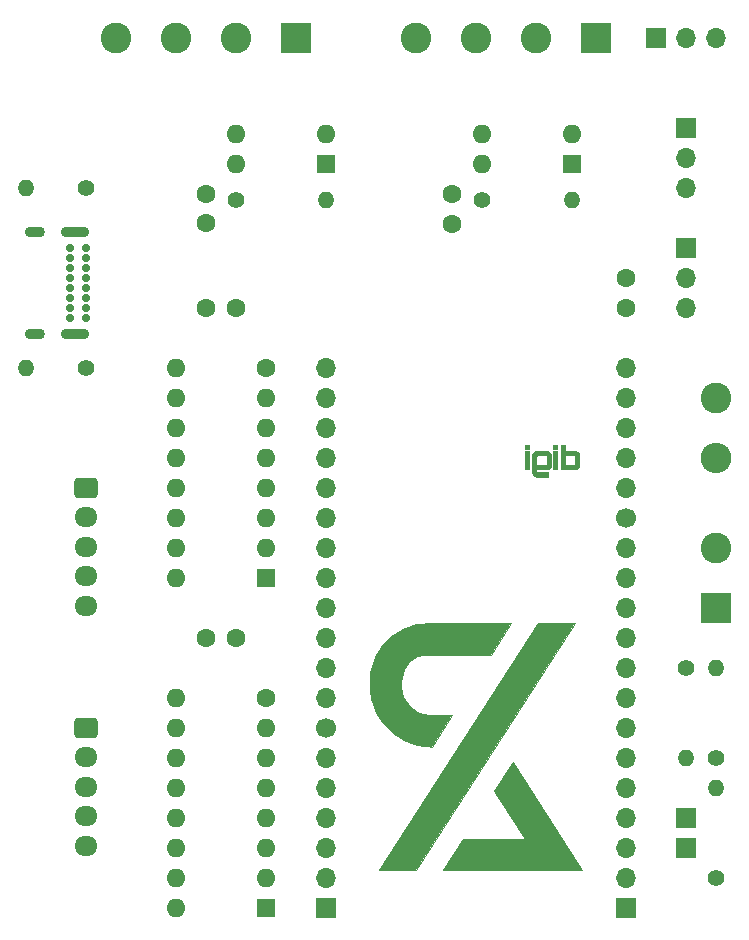
<source format=gbs>
G04 #@! TF.GenerationSoftware,KiCad,Pcbnew,(6.0.4)*
G04 #@! TF.CreationDate,2023-04-20T13:50:42+02:00*
G04 #@! TF.ProjectId,XRTL_opto,5852544c-5f6f-4707-946f-2e6b69636164,1.0*
G04 #@! TF.SameCoordinates,Original*
G04 #@! TF.FileFunction,Soldermask,Bot*
G04 #@! TF.FilePolarity,Negative*
%FSLAX46Y46*%
G04 Gerber Fmt 4.6, Leading zero omitted, Abs format (unit mm)*
G04 Created by KiCad (PCBNEW (6.0.4)) date 2023-04-20 13:50:42*
%MOMM*%
%LPD*%
G01*
G04 APERTURE LIST*
G04 Aperture macros list*
%AMRoundRect*
0 Rectangle with rounded corners*
0 $1 Rounding radius*
0 $2 $3 $4 $5 $6 $7 $8 $9 X,Y pos of 4 corners*
0 Add a 4 corners polygon primitive as box body*
4,1,4,$2,$3,$4,$5,$6,$7,$8,$9,$2,$3,0*
0 Add four circle primitives for the rounded corners*
1,1,$1+$1,$2,$3*
1,1,$1+$1,$4,$5*
1,1,$1+$1,$6,$7*
1,1,$1+$1,$8,$9*
0 Add four rect primitives between the rounded corners*
20,1,$1+$1,$2,$3,$4,$5,0*
20,1,$1+$1,$4,$5,$6,$7,0*
20,1,$1+$1,$6,$7,$8,$9,0*
20,1,$1+$1,$8,$9,$2,$3,0*%
%AMHorizOval*
0 Thick line with rounded ends*
0 $1 width*
0 $2 $3 position (X,Y) of the first rounded end (center of the circle)*
0 $4 $5 position (X,Y) of the second rounded end (center of the circle)*
0 Add line between two ends*
20,1,$1,$2,$3,$4,$5,0*
0 Add two circle primitives to create the rounded ends*
1,1,$1,$2,$3*
1,1,$1,$4,$5*%
G04 Aperture macros list end*
%ADD10C,0.030000*%
%ADD11C,0.050000*%
%ADD12R,2.600000X2.600000*%
%ADD13C,2.600000*%
%ADD14C,1.400000*%
%ADD15O,1.400000X1.400000*%
%ADD16R,1.700000X1.700000*%
%ADD17C,1.600000*%
%ADD18R,1.600000X1.600000*%
%ADD19O,1.600000X1.600000*%
%ADD20HorizOval,1.600000X0.000000X0.000000X0.000000X0.000000X0*%
%ADD21O,1.700000X1.700000*%
%ADD22HorizOval,1.700000X0.000000X0.000000X0.000000X0.000000X0*%
%ADD23RoundRect,0.250000X-0.725000X0.600000X-0.725000X-0.600000X0.725000X-0.600000X0.725000X0.600000X0*%
%ADD24O,1.950000X1.700000*%
%ADD25O,2.600000X2.600000*%
%ADD26C,0.700000*%
%ADD27O,1.700000X0.900000*%
%ADD28O,2.400000X0.900000*%
G04 APERTURE END LIST*
D10*
G36*
X109236335Y-123855123D02*
G01*
X106089117Y-123855123D01*
X119499522Y-102923936D01*
X122646741Y-102923936D01*
X109236335Y-123855123D01*
G37*
X109236335Y-123855123D02*
X106089117Y-123855123D01*
X119499522Y-102923936D01*
X122646741Y-102923936D01*
X109236335Y-123855123D01*
G36*
X115562520Y-105575061D02*
G01*
X110216614Y-105575061D01*
X110097892Y-105577706D01*
X109981396Y-105585619D01*
X109867214Y-105598763D01*
X109755433Y-105617105D01*
X109646140Y-105640610D01*
X109539423Y-105669242D01*
X109435368Y-105702966D01*
X109334064Y-105741749D01*
X109235596Y-105785554D01*
X109140052Y-105834348D01*
X109047520Y-105888095D01*
X108958087Y-105946760D01*
X108871839Y-106010308D01*
X108788865Y-106078705D01*
X108709250Y-106151916D01*
X108633084Y-106229905D01*
X108566862Y-106304724D01*
X108503657Y-106383268D01*
X108443511Y-106465452D01*
X108386463Y-106551188D01*
X108332554Y-106640389D01*
X108281826Y-106732968D01*
X108234318Y-106828837D01*
X108190072Y-106927909D01*
X108149127Y-107030098D01*
X108111526Y-107135315D01*
X108077308Y-107243474D01*
X108046515Y-107354488D01*
X108019186Y-107468269D01*
X107995363Y-107584730D01*
X107975086Y-107703783D01*
X107958396Y-107825343D01*
X107945687Y-107962964D01*
X107940250Y-108100318D01*
X107942010Y-108237137D01*
X107950893Y-108373154D01*
X107966821Y-108508101D01*
X107989720Y-108641711D01*
X108019513Y-108773717D01*
X108056126Y-108903850D01*
X108099483Y-109031844D01*
X108149508Y-109157432D01*
X108206126Y-109280345D01*
X108269260Y-109400316D01*
X108338837Y-109517078D01*
X108414779Y-109630364D01*
X108497011Y-109739905D01*
X108585458Y-109845436D01*
X108679454Y-109946062D01*
X108778206Y-110040997D01*
X108881445Y-110130131D01*
X108988906Y-110213351D01*
X109100320Y-110290549D01*
X109215419Y-110361613D01*
X109333937Y-110426434D01*
X109455606Y-110484900D01*
X109580159Y-110536902D01*
X109707327Y-110582328D01*
X109836845Y-110621069D01*
X109968443Y-110653014D01*
X110101856Y-110678052D01*
X110236814Y-110696073D01*
X110373052Y-110706967D01*
X110510302Y-110710623D01*
X112272426Y-110710623D01*
X110569835Y-113365717D01*
X110506335Y-113365717D01*
X110254587Y-113359590D01*
X110005560Y-113341394D01*
X109759558Y-113311410D01*
X109516884Y-113269917D01*
X109277840Y-113217195D01*
X109042730Y-113153524D01*
X108811856Y-113079183D01*
X108585522Y-112994453D01*
X108364031Y-112899613D01*
X108147685Y-112794943D01*
X107936789Y-112680722D01*
X107731644Y-112557232D01*
X107532554Y-112424750D01*
X107339822Y-112283557D01*
X107153751Y-112133934D01*
X106974644Y-111976159D01*
X106802803Y-111810512D01*
X106638533Y-111637273D01*
X106482136Y-111456723D01*
X106333915Y-111269140D01*
X106194173Y-111074804D01*
X106063213Y-110873996D01*
X105941339Y-110666995D01*
X105828853Y-110454081D01*
X105726057Y-110235534D01*
X105633257Y-110011632D01*
X105550753Y-109782657D01*
X105478850Y-109548888D01*
X105417850Y-109310605D01*
X105368057Y-109068088D01*
X105329773Y-108821615D01*
X105303302Y-108571468D01*
X105286491Y-108278248D01*
X105283597Y-107988209D01*
X105294494Y-107701739D01*
X105319053Y-107419228D01*
X105357145Y-107141066D01*
X105408644Y-106867642D01*
X105473421Y-106599345D01*
X105551349Y-106336566D01*
X105642299Y-106079693D01*
X105746143Y-105829116D01*
X105862754Y-105585225D01*
X105992004Y-105348409D01*
X106133765Y-105119057D01*
X106287908Y-104897560D01*
X106454307Y-104684307D01*
X106632833Y-104479687D01*
X106810578Y-104296745D01*
X106996811Y-104124553D01*
X107191183Y-103963256D01*
X107393345Y-103812999D01*
X107602948Y-103673927D01*
X107819644Y-103546186D01*
X108043084Y-103429920D01*
X108272919Y-103325276D01*
X108508800Y-103232399D01*
X108750378Y-103151434D01*
X108997305Y-103082527D01*
X109249232Y-103025822D01*
X109505809Y-102981465D01*
X109766688Y-102949602D01*
X110031521Y-102930377D01*
X110299958Y-102923936D01*
X117261145Y-102923936D01*
X115562520Y-105575061D01*
G37*
X115562520Y-105575061D02*
X110216614Y-105575061D01*
X110097892Y-105577706D01*
X109981396Y-105585619D01*
X109867214Y-105598763D01*
X109755433Y-105617105D01*
X109646140Y-105640610D01*
X109539423Y-105669242D01*
X109435368Y-105702966D01*
X109334064Y-105741749D01*
X109235596Y-105785554D01*
X109140052Y-105834348D01*
X109047520Y-105888095D01*
X108958087Y-105946760D01*
X108871839Y-106010308D01*
X108788865Y-106078705D01*
X108709250Y-106151916D01*
X108633084Y-106229905D01*
X108566862Y-106304724D01*
X108503657Y-106383268D01*
X108443511Y-106465452D01*
X108386463Y-106551188D01*
X108332554Y-106640389D01*
X108281826Y-106732968D01*
X108234318Y-106828837D01*
X108190072Y-106927909D01*
X108149127Y-107030098D01*
X108111526Y-107135315D01*
X108077308Y-107243474D01*
X108046515Y-107354488D01*
X108019186Y-107468269D01*
X107995363Y-107584730D01*
X107975086Y-107703783D01*
X107958396Y-107825343D01*
X107945687Y-107962964D01*
X107940250Y-108100318D01*
X107942010Y-108237137D01*
X107950893Y-108373154D01*
X107966821Y-108508101D01*
X107989720Y-108641711D01*
X108019513Y-108773717D01*
X108056126Y-108903850D01*
X108099483Y-109031844D01*
X108149508Y-109157432D01*
X108206126Y-109280345D01*
X108269260Y-109400316D01*
X108338837Y-109517078D01*
X108414779Y-109630364D01*
X108497011Y-109739905D01*
X108585458Y-109845436D01*
X108679454Y-109946062D01*
X108778206Y-110040997D01*
X108881445Y-110130131D01*
X108988906Y-110213351D01*
X109100320Y-110290549D01*
X109215419Y-110361613D01*
X109333937Y-110426434D01*
X109455606Y-110484900D01*
X109580159Y-110536902D01*
X109707327Y-110582328D01*
X109836845Y-110621069D01*
X109968443Y-110653014D01*
X110101856Y-110678052D01*
X110236814Y-110696073D01*
X110373052Y-110706967D01*
X110510302Y-110710623D01*
X112272426Y-110710623D01*
X110569835Y-113365717D01*
X110506335Y-113365717D01*
X110254587Y-113359590D01*
X110005560Y-113341394D01*
X109759558Y-113311410D01*
X109516884Y-113269917D01*
X109277840Y-113217195D01*
X109042730Y-113153524D01*
X108811856Y-113079183D01*
X108585522Y-112994453D01*
X108364031Y-112899613D01*
X108147685Y-112794943D01*
X107936789Y-112680722D01*
X107731644Y-112557232D01*
X107532554Y-112424750D01*
X107339822Y-112283557D01*
X107153751Y-112133934D01*
X106974644Y-111976159D01*
X106802803Y-111810512D01*
X106638533Y-111637273D01*
X106482136Y-111456723D01*
X106333915Y-111269140D01*
X106194173Y-111074804D01*
X106063213Y-110873996D01*
X105941339Y-110666995D01*
X105828853Y-110454081D01*
X105726057Y-110235534D01*
X105633257Y-110011632D01*
X105550753Y-109782657D01*
X105478850Y-109548888D01*
X105417850Y-109310605D01*
X105368057Y-109068088D01*
X105329773Y-108821615D01*
X105303302Y-108571468D01*
X105286491Y-108278248D01*
X105283597Y-107988209D01*
X105294494Y-107701739D01*
X105319053Y-107419228D01*
X105357145Y-107141066D01*
X105408644Y-106867642D01*
X105473421Y-106599345D01*
X105551349Y-106336566D01*
X105642299Y-106079693D01*
X105746143Y-105829116D01*
X105862754Y-105585225D01*
X105992004Y-105348409D01*
X106133765Y-105119057D01*
X106287908Y-104897560D01*
X106454307Y-104684307D01*
X106632833Y-104479687D01*
X106810578Y-104296745D01*
X106996811Y-104124553D01*
X107191183Y-103963256D01*
X107393345Y-103812999D01*
X107602948Y-103673927D01*
X107819644Y-103546186D01*
X108043084Y-103429920D01*
X108272919Y-103325276D01*
X108508800Y-103232399D01*
X108750378Y-103151434D01*
X108997305Y-103082527D01*
X109249232Y-103025822D01*
X109505809Y-102981465D01*
X109766688Y-102949602D01*
X110031521Y-102930377D01*
X110299958Y-102923936D01*
X117261145Y-102923936D01*
X115562520Y-105575061D01*
D11*
G36*
X118781949Y-89903212D02*
G01*
X118438818Y-89903212D01*
X118438818Y-88368077D01*
X118781949Y-88368077D01*
X118781949Y-89903212D01*
G37*
X118781949Y-89903212D02*
X118438818Y-89903212D01*
X118438818Y-88368077D01*
X118781949Y-88368077D01*
X118781949Y-89903212D01*
G36*
X120618007Y-89553125D02*
G01*
X120617472Y-89565331D01*
X120616577Y-89577404D01*
X120615322Y-89589342D01*
X120613702Y-89601142D01*
X120611718Y-89612803D01*
X120609366Y-89624323D01*
X120606644Y-89635700D01*
X120603551Y-89646931D01*
X120600085Y-89658015D01*
X120596243Y-89668949D01*
X120592024Y-89679732D01*
X120587425Y-89690362D01*
X120582445Y-89700836D01*
X120577081Y-89711153D01*
X120571332Y-89721310D01*
X120564744Y-89731517D01*
X120557899Y-89741467D01*
X120550800Y-89751163D01*
X120543448Y-89760606D01*
X120535846Y-89769799D01*
X120527996Y-89778744D01*
X120519900Y-89787442D01*
X120511559Y-89795897D01*
X120502977Y-89804109D01*
X120494154Y-89812081D01*
X120485092Y-89819814D01*
X120475795Y-89827312D01*
X120466263Y-89834575D01*
X120456500Y-89841606D01*
X120446506Y-89848407D01*
X120436284Y-89854980D01*
X120425642Y-89860745D01*
X120414900Y-89866153D01*
X120404058Y-89871201D01*
X120393113Y-89875888D01*
X120382063Y-89880211D01*
X120370905Y-89884169D01*
X120359639Y-89887760D01*
X120348262Y-89890981D01*
X120336772Y-89893831D01*
X120325166Y-89896308D01*
X120313444Y-89898409D01*
X120301602Y-89900132D01*
X120289640Y-89901477D01*
X120277554Y-89902439D01*
X120265343Y-89903018D01*
X120253005Y-89903212D01*
X119406890Y-89903212D01*
X119406890Y-90127832D01*
X119406923Y-90129866D01*
X119407024Y-90131834D01*
X119407199Y-90133733D01*
X119407449Y-90135562D01*
X119407781Y-90137317D01*
X119407979Y-90138167D01*
X119408198Y-90138999D01*
X119408439Y-90139811D01*
X119408703Y-90140603D01*
X119408990Y-90141376D01*
X119409301Y-90142129D01*
X119409636Y-90142862D01*
X119409996Y-90143574D01*
X119410381Y-90144265D01*
X119410792Y-90144936D01*
X119411229Y-90145586D01*
X119411693Y-90146214D01*
X119412184Y-90146820D01*
X119412703Y-90147404D01*
X119413250Y-90147966D01*
X119413826Y-90148506D01*
X119414431Y-90149023D01*
X119415066Y-90149517D01*
X119415732Y-90149988D01*
X119416428Y-90150435D01*
X119417155Y-90150859D01*
X119417914Y-90151258D01*
X119418736Y-90152291D01*
X119419650Y-90153315D01*
X119420648Y-90154323D01*
X119421725Y-90155306D01*
X119422875Y-90156258D01*
X119424091Y-90157169D01*
X119425368Y-90158031D01*
X119426699Y-90158838D01*
X119428079Y-90159579D01*
X119429501Y-90160248D01*
X119430959Y-90160836D01*
X119432448Y-90161335D01*
X119433961Y-90161738D01*
X119435492Y-90162035D01*
X119437035Y-90162219D01*
X119438585Y-90162283D01*
X120364626Y-90162283D01*
X120364626Y-90509548D01*
X119424804Y-90509548D01*
X119411981Y-90509355D01*
X119399348Y-90508776D01*
X119386901Y-90507813D01*
X119374635Y-90506469D01*
X119362547Y-90504746D01*
X119350632Y-90502645D01*
X119338887Y-90500168D01*
X119327308Y-90497318D01*
X119315890Y-90494097D01*
X119304630Y-90490506D01*
X119293522Y-90486548D01*
X119282565Y-90482224D01*
X119271752Y-90477538D01*
X119261081Y-90472489D01*
X119250548Y-90467082D01*
X119240147Y-90461317D01*
X119229956Y-90454760D01*
X119220050Y-90448002D01*
X119210422Y-90441039D01*
X119201067Y-90433864D01*
X119191978Y-90426471D01*
X119183150Y-90418853D01*
X119174576Y-90411006D01*
X119166250Y-90402923D01*
X119158166Y-90394597D01*
X119150319Y-90386023D01*
X119142702Y-90377194D01*
X119135309Y-90368106D01*
X119128133Y-90358750D01*
X119121170Y-90349123D01*
X119114413Y-90339216D01*
X119107856Y-90329025D01*
X119102091Y-90318625D01*
X119096683Y-90308096D01*
X119091635Y-90297438D01*
X119086948Y-90286651D01*
X119082625Y-90275734D01*
X119078666Y-90264688D01*
X119075076Y-90253513D01*
X119071854Y-90242209D01*
X119069004Y-90230775D01*
X119066528Y-90219213D01*
X119064427Y-90207521D01*
X119062703Y-90195700D01*
X119061359Y-90183750D01*
X119060397Y-90171671D01*
X119059818Y-90159462D01*
X119059624Y-90147124D01*
X119059624Y-89524251D01*
X119406890Y-89524251D01*
X119406923Y-89526286D01*
X119407024Y-89528256D01*
X119407199Y-89530161D01*
X119407449Y-89532002D01*
X119407781Y-89533779D01*
X119408198Y-89535491D01*
X119408703Y-89537138D01*
X119408990Y-89537937D01*
X119409301Y-89538720D01*
X119409636Y-89539487D01*
X119409996Y-89540238D01*
X119410381Y-89540973D01*
X119410792Y-89541692D01*
X119411229Y-89542394D01*
X119411693Y-89543081D01*
X119412184Y-89543751D01*
X119412703Y-89544405D01*
X119413250Y-89545043D01*
X119413826Y-89545664D01*
X119414431Y-89546270D01*
X119415066Y-89546859D01*
X119415732Y-89547433D01*
X119416428Y-89547990D01*
X119417155Y-89548531D01*
X119417914Y-89549056D01*
X119418736Y-89550072D01*
X119419650Y-89551053D01*
X119420648Y-89551993D01*
X119421725Y-89552888D01*
X119422875Y-89553735D01*
X119424091Y-89554530D01*
X119425368Y-89555268D01*
X119426699Y-89555946D01*
X119428079Y-89556559D01*
X119429501Y-89557103D01*
X119430959Y-89557575D01*
X119432448Y-89557970D01*
X119433961Y-89558284D01*
X119435492Y-89558514D01*
X119437035Y-89558654D01*
X119438585Y-89558702D01*
X120240603Y-89558702D01*
X120242395Y-89558654D01*
X120244153Y-89558514D01*
X120245874Y-89558284D01*
X120247557Y-89557970D01*
X120249200Y-89557575D01*
X120250801Y-89557103D01*
X120252357Y-89556559D01*
X120253866Y-89555946D01*
X120255327Y-89555268D01*
X120256738Y-89554530D01*
X120258096Y-89553735D01*
X120259400Y-89552888D01*
X120260647Y-89551993D01*
X120261836Y-89551053D01*
X120262964Y-89550072D01*
X120264029Y-89549056D01*
X120265062Y-89547990D01*
X120266086Y-89546859D01*
X120267094Y-89545664D01*
X120268077Y-89544405D01*
X120269029Y-89543081D01*
X120269940Y-89541692D01*
X120270802Y-89540238D01*
X120271609Y-89538720D01*
X120272350Y-89537138D01*
X120273019Y-89535491D01*
X120273607Y-89533779D01*
X120274106Y-89532002D01*
X120274509Y-89530161D01*
X120274806Y-89528256D01*
X120274990Y-89526286D01*
X120275054Y-89524251D01*
X120275054Y-88749793D01*
X120275038Y-88748768D01*
X120274990Y-88747759D01*
X120274913Y-88746767D01*
X120274806Y-88745791D01*
X120274671Y-88744833D01*
X120274509Y-88743892D01*
X120274320Y-88742969D01*
X120274106Y-88742064D01*
X120273868Y-88741176D01*
X120273607Y-88740308D01*
X120273324Y-88739458D01*
X120273019Y-88738627D01*
X120272694Y-88737815D01*
X120272350Y-88737022D01*
X120271609Y-88735496D01*
X120270802Y-88734051D01*
X120269940Y-88732689D01*
X120269029Y-88731412D01*
X120268077Y-88730221D01*
X120267094Y-88729119D01*
X120266086Y-88728108D01*
X120265062Y-88727190D01*
X120264029Y-88726367D01*
X120262964Y-88725335D01*
X120261836Y-88724311D01*
X120260647Y-88723303D01*
X120259400Y-88722319D01*
X120258096Y-88721367D01*
X120256738Y-88720456D01*
X120255327Y-88719594D01*
X120253866Y-88718788D01*
X120252357Y-88718046D01*
X120250801Y-88717377D01*
X120249200Y-88716789D01*
X120247557Y-88716290D01*
X120245874Y-88715888D01*
X120244153Y-88715590D01*
X120242395Y-88715406D01*
X120240603Y-88715343D01*
X119438585Y-88715343D01*
X119437810Y-88715359D01*
X119437035Y-88715406D01*
X119436263Y-88715483D01*
X119435492Y-88715590D01*
X119434725Y-88715725D01*
X119433961Y-88715888D01*
X119433202Y-88716076D01*
X119432448Y-88716290D01*
X119430959Y-88716789D01*
X119429501Y-88717377D01*
X119428079Y-88718046D01*
X119426699Y-88718788D01*
X119425368Y-88719594D01*
X119424091Y-88720456D01*
X119422875Y-88721367D01*
X119421725Y-88722319D01*
X119420648Y-88723303D01*
X119419650Y-88724311D01*
X119418736Y-88725335D01*
X119417914Y-88726367D01*
X119416428Y-88727190D01*
X119415066Y-88728108D01*
X119413826Y-88729119D01*
X119412703Y-88730221D01*
X119411693Y-88731412D01*
X119410792Y-88732689D01*
X119409996Y-88734051D01*
X119409301Y-88735496D01*
X119408703Y-88737022D01*
X119408198Y-88738627D01*
X119407781Y-88740308D01*
X119407449Y-88742064D01*
X119407199Y-88743892D01*
X119407024Y-88745791D01*
X119406923Y-88747759D01*
X119406890Y-88749793D01*
X119406890Y-89524251D01*
X119059624Y-89524251D01*
X119059624Y-88733257D01*
X119059818Y-88720919D01*
X119060402Y-88708711D01*
X119061377Y-88696631D01*
X119062746Y-88684681D01*
X119064511Y-88672860D01*
X119066673Y-88661168D01*
X119069235Y-88649606D01*
X119072199Y-88638172D01*
X119075566Y-88626868D01*
X119079339Y-88615693D01*
X119083520Y-88604647D01*
X119088111Y-88593731D01*
X119093113Y-88582943D01*
X119098529Y-88572285D01*
X119104361Y-88561756D01*
X119110611Y-88551356D01*
X119116684Y-88541392D01*
X119123016Y-88531654D01*
X119129612Y-88522143D01*
X119136471Y-88512857D01*
X119143597Y-88503798D01*
X119150992Y-88494964D01*
X119158657Y-88486357D01*
X119166594Y-88477975D01*
X119174806Y-88469820D01*
X119183295Y-88461891D01*
X119192062Y-88454188D01*
X119201110Y-88446711D01*
X119210440Y-88439460D01*
X119220055Y-88432436D01*
X119229957Y-88425637D01*
X119240147Y-88419064D01*
X119250548Y-88413269D01*
X119261081Y-88407774D01*
X119271752Y-88402589D01*
X119282565Y-88397726D01*
X119293522Y-88393194D01*
X119304630Y-88389003D01*
X119315890Y-88385163D01*
X119327308Y-88381685D01*
X119338887Y-88378578D01*
X119350632Y-88375853D01*
X119362547Y-88373519D01*
X119374635Y-88371587D01*
X119386901Y-88370066D01*
X119399348Y-88368968D01*
X119411981Y-88368301D01*
X119424804Y-88368077D01*
X120253005Y-88368077D01*
X120265343Y-88368301D01*
X120277554Y-88368968D01*
X120289640Y-88370066D01*
X120301602Y-88371587D01*
X120313444Y-88373519D01*
X120325166Y-88375853D01*
X120336772Y-88378578D01*
X120348262Y-88381685D01*
X120359639Y-88385163D01*
X120370905Y-88389003D01*
X120382063Y-88393194D01*
X120393113Y-88397726D01*
X120404058Y-88402589D01*
X120414900Y-88407774D01*
X120425642Y-88413269D01*
X120436284Y-88419064D01*
X120446506Y-88425637D01*
X120456500Y-88432436D01*
X120466263Y-88439460D01*
X120475795Y-88446711D01*
X120485092Y-88454188D01*
X120494154Y-88461891D01*
X120502977Y-88469820D01*
X120511559Y-88477975D01*
X120519900Y-88486357D01*
X120527996Y-88494964D01*
X120535846Y-88503798D01*
X120543448Y-88512857D01*
X120550800Y-88522143D01*
X120557899Y-88531654D01*
X120564744Y-88541392D01*
X120571332Y-88551356D01*
X120577081Y-88561756D01*
X120582445Y-88572285D01*
X120587425Y-88582943D01*
X120592024Y-88593731D01*
X120596243Y-88604647D01*
X120600085Y-88615693D01*
X120603551Y-88626868D01*
X120606644Y-88638172D01*
X120609366Y-88649606D01*
X120611718Y-88661168D01*
X120613702Y-88672860D01*
X120615322Y-88684681D01*
X120616577Y-88696631D01*
X120617472Y-88708711D01*
X120618007Y-88720919D01*
X120618185Y-88733257D01*
X120618185Y-89540787D01*
X120618007Y-89553125D01*
G37*
X120618007Y-89553125D02*
X120617472Y-89565331D01*
X120616577Y-89577404D01*
X120615322Y-89589342D01*
X120613702Y-89601142D01*
X120611718Y-89612803D01*
X120609366Y-89624323D01*
X120606644Y-89635700D01*
X120603551Y-89646931D01*
X120600085Y-89658015D01*
X120596243Y-89668949D01*
X120592024Y-89679732D01*
X120587425Y-89690362D01*
X120582445Y-89700836D01*
X120577081Y-89711153D01*
X120571332Y-89721310D01*
X120564744Y-89731517D01*
X120557899Y-89741467D01*
X120550800Y-89751163D01*
X120543448Y-89760606D01*
X120535846Y-89769799D01*
X120527996Y-89778744D01*
X120519900Y-89787442D01*
X120511559Y-89795897D01*
X120502977Y-89804109D01*
X120494154Y-89812081D01*
X120485092Y-89819814D01*
X120475795Y-89827312D01*
X120466263Y-89834575D01*
X120456500Y-89841606D01*
X120446506Y-89848407D01*
X120436284Y-89854980D01*
X120425642Y-89860745D01*
X120414900Y-89866153D01*
X120404058Y-89871201D01*
X120393113Y-89875888D01*
X120382063Y-89880211D01*
X120370905Y-89884169D01*
X120359639Y-89887760D01*
X120348262Y-89890981D01*
X120336772Y-89893831D01*
X120325166Y-89896308D01*
X120313444Y-89898409D01*
X120301602Y-89900132D01*
X120289640Y-89901477D01*
X120277554Y-89902439D01*
X120265343Y-89903018D01*
X120253005Y-89903212D01*
X119406890Y-89903212D01*
X119406890Y-90127832D01*
X119406923Y-90129866D01*
X119407024Y-90131834D01*
X119407199Y-90133733D01*
X119407449Y-90135562D01*
X119407781Y-90137317D01*
X119407979Y-90138167D01*
X119408198Y-90138999D01*
X119408439Y-90139811D01*
X119408703Y-90140603D01*
X119408990Y-90141376D01*
X119409301Y-90142129D01*
X119409636Y-90142862D01*
X119409996Y-90143574D01*
X119410381Y-90144265D01*
X119410792Y-90144936D01*
X119411229Y-90145586D01*
X119411693Y-90146214D01*
X119412184Y-90146820D01*
X119412703Y-90147404D01*
X119413250Y-90147966D01*
X119413826Y-90148506D01*
X119414431Y-90149023D01*
X119415066Y-90149517D01*
X119415732Y-90149988D01*
X119416428Y-90150435D01*
X119417155Y-90150859D01*
X119417914Y-90151258D01*
X119418736Y-90152291D01*
X119419650Y-90153315D01*
X119420648Y-90154323D01*
X119421725Y-90155306D01*
X119422875Y-90156258D01*
X119424091Y-90157169D01*
X119425368Y-90158031D01*
X119426699Y-90158838D01*
X119428079Y-90159579D01*
X119429501Y-90160248D01*
X119430959Y-90160836D01*
X119432448Y-90161335D01*
X119433961Y-90161738D01*
X119435492Y-90162035D01*
X119437035Y-90162219D01*
X119438585Y-90162283D01*
X120364626Y-90162283D01*
X120364626Y-90509548D01*
X119424804Y-90509548D01*
X119411981Y-90509355D01*
X119399348Y-90508776D01*
X119386901Y-90507813D01*
X119374635Y-90506469D01*
X119362547Y-90504746D01*
X119350632Y-90502645D01*
X119338887Y-90500168D01*
X119327308Y-90497318D01*
X119315890Y-90494097D01*
X119304630Y-90490506D01*
X119293522Y-90486548D01*
X119282565Y-90482224D01*
X119271752Y-90477538D01*
X119261081Y-90472489D01*
X119250548Y-90467082D01*
X119240147Y-90461317D01*
X119229956Y-90454760D01*
X119220050Y-90448002D01*
X119210422Y-90441039D01*
X119201067Y-90433864D01*
X119191978Y-90426471D01*
X119183150Y-90418853D01*
X119174576Y-90411006D01*
X119166250Y-90402923D01*
X119158166Y-90394597D01*
X119150319Y-90386023D01*
X119142702Y-90377194D01*
X119135309Y-90368106D01*
X119128133Y-90358750D01*
X119121170Y-90349123D01*
X119114413Y-90339216D01*
X119107856Y-90329025D01*
X119102091Y-90318625D01*
X119096683Y-90308096D01*
X119091635Y-90297438D01*
X119086948Y-90286651D01*
X119082625Y-90275734D01*
X119078666Y-90264688D01*
X119075076Y-90253513D01*
X119071854Y-90242209D01*
X119069004Y-90230775D01*
X119066528Y-90219213D01*
X119064427Y-90207521D01*
X119062703Y-90195700D01*
X119061359Y-90183750D01*
X119060397Y-90171671D01*
X119059818Y-90159462D01*
X119059624Y-90147124D01*
X119059624Y-89524251D01*
X119406890Y-89524251D01*
X119406923Y-89526286D01*
X119407024Y-89528256D01*
X119407199Y-89530161D01*
X119407449Y-89532002D01*
X119407781Y-89533779D01*
X119408198Y-89535491D01*
X119408703Y-89537138D01*
X119408990Y-89537937D01*
X119409301Y-89538720D01*
X119409636Y-89539487D01*
X119409996Y-89540238D01*
X119410381Y-89540973D01*
X119410792Y-89541692D01*
X119411229Y-89542394D01*
X119411693Y-89543081D01*
X119412184Y-89543751D01*
X119412703Y-89544405D01*
X119413250Y-89545043D01*
X119413826Y-89545664D01*
X119414431Y-89546270D01*
X119415066Y-89546859D01*
X119415732Y-89547433D01*
X119416428Y-89547990D01*
X119417155Y-89548531D01*
X119417914Y-89549056D01*
X119418736Y-89550072D01*
X119419650Y-89551053D01*
X119420648Y-89551993D01*
X119421725Y-89552888D01*
X119422875Y-89553735D01*
X119424091Y-89554530D01*
X119425368Y-89555268D01*
X119426699Y-89555946D01*
X119428079Y-89556559D01*
X119429501Y-89557103D01*
X119430959Y-89557575D01*
X119432448Y-89557970D01*
X119433961Y-89558284D01*
X119435492Y-89558514D01*
X119437035Y-89558654D01*
X119438585Y-89558702D01*
X120240603Y-89558702D01*
X120242395Y-89558654D01*
X120244153Y-89558514D01*
X120245874Y-89558284D01*
X120247557Y-89557970D01*
X120249200Y-89557575D01*
X120250801Y-89557103D01*
X120252357Y-89556559D01*
X120253866Y-89555946D01*
X120255327Y-89555268D01*
X120256738Y-89554530D01*
X120258096Y-89553735D01*
X120259400Y-89552888D01*
X120260647Y-89551993D01*
X120261836Y-89551053D01*
X120262964Y-89550072D01*
X120264029Y-89549056D01*
X120265062Y-89547990D01*
X120266086Y-89546859D01*
X120267094Y-89545664D01*
X120268077Y-89544405D01*
X120269029Y-89543081D01*
X120269940Y-89541692D01*
X120270802Y-89540238D01*
X120271609Y-89538720D01*
X120272350Y-89537138D01*
X120273019Y-89535491D01*
X120273607Y-89533779D01*
X120274106Y-89532002D01*
X120274509Y-89530161D01*
X120274806Y-89528256D01*
X120274990Y-89526286D01*
X120275054Y-89524251D01*
X120275054Y-88749793D01*
X120275038Y-88748768D01*
X120274990Y-88747759D01*
X120274913Y-88746767D01*
X120274806Y-88745791D01*
X120274671Y-88744833D01*
X120274509Y-88743892D01*
X120274320Y-88742969D01*
X120274106Y-88742064D01*
X120273868Y-88741176D01*
X120273607Y-88740308D01*
X120273324Y-88739458D01*
X120273019Y-88738627D01*
X120272694Y-88737815D01*
X120272350Y-88737022D01*
X120271609Y-88735496D01*
X120270802Y-88734051D01*
X120269940Y-88732689D01*
X120269029Y-88731412D01*
X120268077Y-88730221D01*
X120267094Y-88729119D01*
X120266086Y-88728108D01*
X120265062Y-88727190D01*
X120264029Y-88726367D01*
X120262964Y-88725335D01*
X120261836Y-88724311D01*
X120260647Y-88723303D01*
X120259400Y-88722319D01*
X120258096Y-88721367D01*
X120256738Y-88720456D01*
X120255327Y-88719594D01*
X120253866Y-88718788D01*
X120252357Y-88718046D01*
X120250801Y-88717377D01*
X120249200Y-88716789D01*
X120247557Y-88716290D01*
X120245874Y-88715888D01*
X120244153Y-88715590D01*
X120242395Y-88715406D01*
X120240603Y-88715343D01*
X119438585Y-88715343D01*
X119437810Y-88715359D01*
X119437035Y-88715406D01*
X119436263Y-88715483D01*
X119435492Y-88715590D01*
X119434725Y-88715725D01*
X119433961Y-88715888D01*
X119433202Y-88716076D01*
X119432448Y-88716290D01*
X119430959Y-88716789D01*
X119429501Y-88717377D01*
X119428079Y-88718046D01*
X119426699Y-88718788D01*
X119425368Y-88719594D01*
X119424091Y-88720456D01*
X119422875Y-88721367D01*
X119421725Y-88722319D01*
X119420648Y-88723303D01*
X119419650Y-88724311D01*
X119418736Y-88725335D01*
X119417914Y-88726367D01*
X119416428Y-88727190D01*
X119415066Y-88728108D01*
X119413826Y-88729119D01*
X119412703Y-88730221D01*
X119411693Y-88731412D01*
X119410792Y-88732689D01*
X119409996Y-88734051D01*
X119409301Y-88735496D01*
X119408703Y-88737022D01*
X119408198Y-88738627D01*
X119407781Y-88740308D01*
X119407449Y-88742064D01*
X119407199Y-88743892D01*
X119407024Y-88745791D01*
X119406923Y-88747759D01*
X119406890Y-88749793D01*
X119406890Y-89524251D01*
X119059624Y-89524251D01*
X119059624Y-88733257D01*
X119059818Y-88720919D01*
X119060402Y-88708711D01*
X119061377Y-88696631D01*
X119062746Y-88684681D01*
X119064511Y-88672860D01*
X119066673Y-88661168D01*
X119069235Y-88649606D01*
X119072199Y-88638172D01*
X119075566Y-88626868D01*
X119079339Y-88615693D01*
X119083520Y-88604647D01*
X119088111Y-88593731D01*
X119093113Y-88582943D01*
X119098529Y-88572285D01*
X119104361Y-88561756D01*
X119110611Y-88551356D01*
X119116684Y-88541392D01*
X119123016Y-88531654D01*
X119129612Y-88522143D01*
X119136471Y-88512857D01*
X119143597Y-88503798D01*
X119150992Y-88494964D01*
X119158657Y-88486357D01*
X119166594Y-88477975D01*
X119174806Y-88469820D01*
X119183295Y-88461891D01*
X119192062Y-88454188D01*
X119201110Y-88446711D01*
X119210440Y-88439460D01*
X119220055Y-88432436D01*
X119229957Y-88425637D01*
X119240147Y-88419064D01*
X119250548Y-88413269D01*
X119261081Y-88407774D01*
X119271752Y-88402589D01*
X119282565Y-88397726D01*
X119293522Y-88393194D01*
X119304630Y-88389003D01*
X119315890Y-88385163D01*
X119327308Y-88381685D01*
X119338887Y-88378578D01*
X119350632Y-88375853D01*
X119362547Y-88373519D01*
X119374635Y-88371587D01*
X119386901Y-88370066D01*
X119399348Y-88368968D01*
X119411981Y-88368301D01*
X119424804Y-88368077D01*
X120253005Y-88368077D01*
X120265343Y-88368301D01*
X120277554Y-88368968D01*
X120289640Y-88370066D01*
X120301602Y-88371587D01*
X120313444Y-88373519D01*
X120325166Y-88375853D01*
X120336772Y-88378578D01*
X120348262Y-88381685D01*
X120359639Y-88385163D01*
X120370905Y-88389003D01*
X120382063Y-88393194D01*
X120393113Y-88397726D01*
X120404058Y-88402589D01*
X120414900Y-88407774D01*
X120425642Y-88413269D01*
X120436284Y-88419064D01*
X120446506Y-88425637D01*
X120456500Y-88432436D01*
X120466263Y-88439460D01*
X120475795Y-88446711D01*
X120485092Y-88454188D01*
X120494154Y-88461891D01*
X120502977Y-88469820D01*
X120511559Y-88477975D01*
X120519900Y-88486357D01*
X120527996Y-88494964D01*
X120535846Y-88503798D01*
X120543448Y-88512857D01*
X120550800Y-88522143D01*
X120557899Y-88531654D01*
X120564744Y-88541392D01*
X120571332Y-88551356D01*
X120577081Y-88561756D01*
X120582445Y-88572285D01*
X120587425Y-88582943D01*
X120592024Y-88593731D01*
X120596243Y-88604647D01*
X120600085Y-88615693D01*
X120603551Y-88626868D01*
X120606644Y-88638172D01*
X120609366Y-88649606D01*
X120611718Y-88661168D01*
X120613702Y-88672860D01*
X120615322Y-88684681D01*
X120616577Y-88696631D01*
X120617472Y-88708711D01*
X120618007Y-88720919D01*
X120618185Y-88733257D01*
X120618185Y-89540787D01*
X120618007Y-89553125D01*
G36*
X121176291Y-89903212D02*
G01*
X120833159Y-89903212D01*
X120833159Y-88368077D01*
X121176291Y-88368077D01*
X121176291Y-89903212D01*
G37*
X121176291Y-89903212D02*
X120833159Y-89903212D01*
X120833159Y-88368077D01*
X121176291Y-88368077D01*
X121176291Y-89903212D01*
D10*
G36*
X123305553Y-123855123D02*
G01*
X120126585Y-123855123D01*
X120118648Y-123847186D01*
X111470743Y-123823373D01*
X113177306Y-121176217D01*
X118451772Y-121188121D01*
X115828428Y-117092372D01*
X117404022Y-114635716D01*
X123305553Y-123855123D01*
G37*
X123305553Y-123855123D02*
X120126585Y-123855123D01*
X120118648Y-123847186D01*
X111470743Y-123823373D01*
X113177306Y-121176217D01*
X118451772Y-121188121D01*
X115828428Y-117092372D01*
X117404022Y-114635716D01*
X123305553Y-123855123D01*
D11*
G36*
X118781949Y-88215115D02*
G01*
X118438818Y-88215115D01*
X118438818Y-87866471D01*
X118781949Y-87866471D01*
X118781949Y-88215115D01*
G37*
X118781949Y-88215115D02*
X118438818Y-88215115D01*
X118438818Y-87866471D01*
X118781949Y-87866471D01*
X118781949Y-88215115D01*
G36*
X121176291Y-88215115D02*
G01*
X120833159Y-88215115D01*
X120833159Y-87866471D01*
X121176291Y-87866471D01*
X121176291Y-88215115D01*
G37*
X121176291Y-88215115D02*
X120833159Y-88215115D01*
X120833159Y-87866471D01*
X121176291Y-87866471D01*
X121176291Y-88215115D01*
G36*
X123018190Y-89553125D02*
G01*
X123017611Y-89565331D01*
X123016648Y-89577404D01*
X123015304Y-89589342D01*
X123013580Y-89601142D01*
X123011479Y-89612803D01*
X123009003Y-89624323D01*
X123006153Y-89635700D01*
X123002932Y-89646931D01*
X122999341Y-89658015D01*
X122995383Y-89668949D01*
X122991059Y-89679732D01*
X122986372Y-89690362D01*
X122981324Y-89700836D01*
X122975916Y-89711153D01*
X122970152Y-89721310D01*
X122963609Y-89731517D01*
X122956893Y-89741467D01*
X122949992Y-89751163D01*
X122942892Y-89760606D01*
X122935583Y-89769799D01*
X122928052Y-89778744D01*
X122920286Y-89787442D01*
X122912274Y-89795897D01*
X122904004Y-89804109D01*
X122895463Y-89812081D01*
X122886640Y-89819814D01*
X122877522Y-89827312D01*
X122868097Y-89834575D01*
X122858353Y-89841606D01*
X122848278Y-89848407D01*
X122837860Y-89854980D01*
X122827460Y-89860745D01*
X122816931Y-89866153D01*
X122806273Y-89871201D01*
X122795485Y-89875888D01*
X122784569Y-89880211D01*
X122773523Y-89884169D01*
X122762348Y-89887760D01*
X122751044Y-89890981D01*
X122739610Y-89893831D01*
X122728048Y-89896308D01*
X122716356Y-89898409D01*
X122704535Y-89900132D01*
X122692585Y-89901477D01*
X122680505Y-89902439D01*
X122668297Y-89903018D01*
X122655959Y-89903212D01*
X121459822Y-89903212D01*
X121459822Y-89524251D01*
X121805709Y-89524251D01*
X121805742Y-89526286D01*
X121805839Y-89528256D01*
X121806000Y-89530161D01*
X121806226Y-89532002D01*
X121806517Y-89533779D01*
X121806872Y-89535491D01*
X121807292Y-89537138D01*
X121807777Y-89538720D01*
X121808326Y-89540238D01*
X121808939Y-89541692D01*
X121809618Y-89543081D01*
X121810360Y-89544405D01*
X121811168Y-89545664D01*
X121812040Y-89546859D01*
X121812976Y-89547990D01*
X121813978Y-89549056D01*
X121817078Y-89551053D01*
X121818629Y-89551993D01*
X121820179Y-89552888D01*
X121821729Y-89553735D01*
X121823279Y-89554530D01*
X121824830Y-89555268D01*
X121826380Y-89555946D01*
X121827930Y-89556559D01*
X121829481Y-89557103D01*
X121831031Y-89557575D01*
X121832581Y-89557970D01*
X121834132Y-89558284D01*
X121835682Y-89558514D01*
X121837232Y-89558654D01*
X121838782Y-89558702D01*
X122636666Y-89558702D01*
X122638701Y-89558654D01*
X122640671Y-89558514D01*
X122642577Y-89558284D01*
X122644418Y-89557970D01*
X122646194Y-89557575D01*
X122647906Y-89557103D01*
X122649553Y-89556559D01*
X122651136Y-89555946D01*
X122652654Y-89555268D01*
X122654107Y-89554530D01*
X122655496Y-89553735D01*
X122656820Y-89552888D01*
X122658080Y-89551993D01*
X122659275Y-89551053D01*
X122660405Y-89550072D01*
X122661471Y-89549056D01*
X122663073Y-89546859D01*
X122664722Y-89544405D01*
X122665540Y-89543081D01*
X122666340Y-89541692D01*
X122667111Y-89540238D01*
X122667845Y-89538720D01*
X122668529Y-89537138D01*
X122669155Y-89535491D01*
X122669713Y-89533779D01*
X122670192Y-89532002D01*
X122670581Y-89530161D01*
X122670872Y-89528256D01*
X122671054Y-89526286D01*
X122671117Y-89524251D01*
X122671117Y-88749793D01*
X122671101Y-88748768D01*
X122671054Y-88747759D01*
X122670978Y-88746767D01*
X122670872Y-88745791D01*
X122670740Y-88744833D01*
X122670581Y-88743892D01*
X122670398Y-88742969D01*
X122670192Y-88742064D01*
X122669963Y-88741176D01*
X122669713Y-88740308D01*
X122669155Y-88738627D01*
X122668529Y-88737022D01*
X122667845Y-88735496D01*
X122667111Y-88734051D01*
X122666340Y-88732689D01*
X122665540Y-88731412D01*
X122664722Y-88730221D01*
X122663896Y-88729119D01*
X122663073Y-88728108D01*
X122662261Y-88727190D01*
X122661471Y-88726367D01*
X122660405Y-88725335D01*
X122659275Y-88724311D01*
X122658080Y-88723303D01*
X122656820Y-88722319D01*
X122655496Y-88721367D01*
X122654107Y-88720456D01*
X122652654Y-88719594D01*
X122651136Y-88718788D01*
X122649553Y-88718046D01*
X122647906Y-88717377D01*
X122646194Y-88716789D01*
X122644418Y-88716290D01*
X122642577Y-88715888D01*
X122640671Y-88715590D01*
X122638701Y-88715406D01*
X122636666Y-88715343D01*
X121838782Y-88715343D01*
X121837232Y-88715406D01*
X121835682Y-88715590D01*
X121834132Y-88715888D01*
X121832581Y-88716290D01*
X121831031Y-88716789D01*
X121829481Y-88717377D01*
X121827930Y-88718046D01*
X121826380Y-88718788D01*
X121824830Y-88719594D01*
X121823279Y-88720456D01*
X121821729Y-88721367D01*
X121820179Y-88722319D01*
X121817078Y-88724311D01*
X121813978Y-88726367D01*
X121812976Y-88727190D01*
X121812040Y-88728108D01*
X121811168Y-88729119D01*
X121810360Y-88730221D01*
X121809618Y-88731412D01*
X121808939Y-88732689D01*
X121808326Y-88734051D01*
X121807777Y-88735496D01*
X121807292Y-88737022D01*
X121806872Y-88738627D01*
X121806517Y-88740308D01*
X121806226Y-88742064D01*
X121806000Y-88743892D01*
X121805839Y-88745791D01*
X121805742Y-88747759D01*
X121805709Y-88749793D01*
X121805709Y-89524251D01*
X121459822Y-89524251D01*
X121459822Y-87866471D01*
X121805709Y-87866471D01*
X121805709Y-88368077D01*
X122655959Y-88368077D01*
X122668297Y-88368301D01*
X122680505Y-88368968D01*
X122692585Y-88370066D01*
X122704535Y-88371587D01*
X122716356Y-88373519D01*
X122728048Y-88375853D01*
X122739610Y-88378578D01*
X122751044Y-88381685D01*
X122762348Y-88385163D01*
X122773523Y-88389003D01*
X122784569Y-88393194D01*
X122795485Y-88397726D01*
X122806273Y-88402589D01*
X122816931Y-88407774D01*
X122827460Y-88413269D01*
X122837860Y-88419064D01*
X122848308Y-88425637D01*
X122858466Y-88432436D01*
X122868333Y-88439460D01*
X122877909Y-88446711D01*
X122887195Y-88454188D01*
X122896190Y-88461891D01*
X122904894Y-88469820D01*
X122913308Y-88477975D01*
X122921430Y-88486357D01*
X122929263Y-88494964D01*
X122936804Y-88503798D01*
X122944055Y-88512857D01*
X122951015Y-88522143D01*
X122957685Y-88531654D01*
X122964064Y-88541392D01*
X122970152Y-88551356D01*
X122975916Y-88561756D01*
X122981324Y-88572285D01*
X122986372Y-88582943D01*
X122991059Y-88593731D01*
X122995383Y-88604647D01*
X122999341Y-88615693D01*
X123002932Y-88626868D01*
X123006153Y-88638172D01*
X123009003Y-88649606D01*
X123011479Y-88661168D01*
X123013580Y-88672860D01*
X123015304Y-88684681D01*
X123016648Y-88696631D01*
X123017611Y-88708711D01*
X123018190Y-88720919D01*
X123018383Y-88733257D01*
X123018383Y-89540787D01*
X123018190Y-89553125D01*
G37*
X123018190Y-89553125D02*
X123017611Y-89565331D01*
X123016648Y-89577404D01*
X123015304Y-89589342D01*
X123013580Y-89601142D01*
X123011479Y-89612803D01*
X123009003Y-89624323D01*
X123006153Y-89635700D01*
X123002932Y-89646931D01*
X122999341Y-89658015D01*
X122995383Y-89668949D01*
X122991059Y-89679732D01*
X122986372Y-89690362D01*
X122981324Y-89700836D01*
X122975916Y-89711153D01*
X122970152Y-89721310D01*
X122963609Y-89731517D01*
X122956893Y-89741467D01*
X122949992Y-89751163D01*
X122942892Y-89760606D01*
X122935583Y-89769799D01*
X122928052Y-89778744D01*
X122920286Y-89787442D01*
X122912274Y-89795897D01*
X122904004Y-89804109D01*
X122895463Y-89812081D01*
X122886640Y-89819814D01*
X122877522Y-89827312D01*
X122868097Y-89834575D01*
X122858353Y-89841606D01*
X122848278Y-89848407D01*
X122837860Y-89854980D01*
X122827460Y-89860745D01*
X122816931Y-89866153D01*
X122806273Y-89871201D01*
X122795485Y-89875888D01*
X122784569Y-89880211D01*
X122773523Y-89884169D01*
X122762348Y-89887760D01*
X122751044Y-89890981D01*
X122739610Y-89893831D01*
X122728048Y-89896308D01*
X122716356Y-89898409D01*
X122704535Y-89900132D01*
X122692585Y-89901477D01*
X122680505Y-89902439D01*
X122668297Y-89903018D01*
X122655959Y-89903212D01*
X121459822Y-89903212D01*
X121459822Y-89524251D01*
X121805709Y-89524251D01*
X121805742Y-89526286D01*
X121805839Y-89528256D01*
X121806000Y-89530161D01*
X121806226Y-89532002D01*
X121806517Y-89533779D01*
X121806872Y-89535491D01*
X121807292Y-89537138D01*
X121807777Y-89538720D01*
X121808326Y-89540238D01*
X121808939Y-89541692D01*
X121809618Y-89543081D01*
X121810360Y-89544405D01*
X121811168Y-89545664D01*
X121812040Y-89546859D01*
X121812976Y-89547990D01*
X121813978Y-89549056D01*
X121817078Y-89551053D01*
X121818629Y-89551993D01*
X121820179Y-89552888D01*
X121821729Y-89553735D01*
X121823279Y-89554530D01*
X121824830Y-89555268D01*
X121826380Y-89555946D01*
X121827930Y-89556559D01*
X121829481Y-89557103D01*
X121831031Y-89557575D01*
X121832581Y-89557970D01*
X121834132Y-89558284D01*
X121835682Y-89558514D01*
X121837232Y-89558654D01*
X121838782Y-89558702D01*
X122636666Y-89558702D01*
X122638701Y-89558654D01*
X122640671Y-89558514D01*
X122642577Y-89558284D01*
X122644418Y-89557970D01*
X122646194Y-89557575D01*
X122647906Y-89557103D01*
X122649553Y-89556559D01*
X122651136Y-89555946D01*
X122652654Y-89555268D01*
X122654107Y-89554530D01*
X122655496Y-89553735D01*
X122656820Y-89552888D01*
X122658080Y-89551993D01*
X122659275Y-89551053D01*
X122660405Y-89550072D01*
X122661471Y-89549056D01*
X122663073Y-89546859D01*
X122664722Y-89544405D01*
X122665540Y-89543081D01*
X122666340Y-89541692D01*
X122667111Y-89540238D01*
X122667845Y-89538720D01*
X122668529Y-89537138D01*
X122669155Y-89535491D01*
X122669713Y-89533779D01*
X122670192Y-89532002D01*
X122670581Y-89530161D01*
X122670872Y-89528256D01*
X122671054Y-89526286D01*
X122671117Y-89524251D01*
X122671117Y-88749793D01*
X122671101Y-88748768D01*
X122671054Y-88747759D01*
X122670978Y-88746767D01*
X122670872Y-88745791D01*
X122670740Y-88744833D01*
X122670581Y-88743892D01*
X122670398Y-88742969D01*
X122670192Y-88742064D01*
X122669963Y-88741176D01*
X122669713Y-88740308D01*
X122669155Y-88738627D01*
X122668529Y-88737022D01*
X122667845Y-88735496D01*
X122667111Y-88734051D01*
X122666340Y-88732689D01*
X122665540Y-88731412D01*
X122664722Y-88730221D01*
X122663896Y-88729119D01*
X122663073Y-88728108D01*
X122662261Y-88727190D01*
X122661471Y-88726367D01*
X122660405Y-88725335D01*
X122659275Y-88724311D01*
X122658080Y-88723303D01*
X122656820Y-88722319D01*
X122655496Y-88721367D01*
X122654107Y-88720456D01*
X122652654Y-88719594D01*
X122651136Y-88718788D01*
X122649553Y-88718046D01*
X122647906Y-88717377D01*
X122646194Y-88716789D01*
X122644418Y-88716290D01*
X122642577Y-88715888D01*
X122640671Y-88715590D01*
X122638701Y-88715406D01*
X122636666Y-88715343D01*
X121838782Y-88715343D01*
X121837232Y-88715406D01*
X121835682Y-88715590D01*
X121834132Y-88715888D01*
X121832581Y-88716290D01*
X121831031Y-88716789D01*
X121829481Y-88717377D01*
X121827930Y-88718046D01*
X121826380Y-88718788D01*
X121824830Y-88719594D01*
X121823279Y-88720456D01*
X121821729Y-88721367D01*
X121820179Y-88722319D01*
X121817078Y-88724311D01*
X121813978Y-88726367D01*
X121812976Y-88727190D01*
X121812040Y-88728108D01*
X121811168Y-88729119D01*
X121810360Y-88730221D01*
X121809618Y-88731412D01*
X121808939Y-88732689D01*
X121808326Y-88734051D01*
X121807777Y-88735496D01*
X121807292Y-88737022D01*
X121806872Y-88738627D01*
X121806517Y-88740308D01*
X121806226Y-88742064D01*
X121806000Y-88743892D01*
X121805839Y-88745791D01*
X121805742Y-88747759D01*
X121805709Y-88749793D01*
X121805709Y-89524251D01*
X121459822Y-89524251D01*
X121459822Y-87866471D01*
X121805709Y-87866471D01*
X121805709Y-88368077D01*
X122655959Y-88368077D01*
X122668297Y-88368301D01*
X122680505Y-88368968D01*
X122692585Y-88370066D01*
X122704535Y-88371587D01*
X122716356Y-88373519D01*
X122728048Y-88375853D01*
X122739610Y-88378578D01*
X122751044Y-88381685D01*
X122762348Y-88385163D01*
X122773523Y-88389003D01*
X122784569Y-88393194D01*
X122795485Y-88397726D01*
X122806273Y-88402589D01*
X122816931Y-88407774D01*
X122827460Y-88413269D01*
X122837860Y-88419064D01*
X122848308Y-88425637D01*
X122858466Y-88432436D01*
X122868333Y-88439460D01*
X122877909Y-88446711D01*
X122887195Y-88454188D01*
X122896190Y-88461891D01*
X122904894Y-88469820D01*
X122913308Y-88477975D01*
X122921430Y-88486357D01*
X122929263Y-88494964D01*
X122936804Y-88503798D01*
X122944055Y-88512857D01*
X122951015Y-88522143D01*
X122957685Y-88531654D01*
X122964064Y-88541392D01*
X122970152Y-88551356D01*
X122975916Y-88561756D01*
X122981324Y-88572285D01*
X122986372Y-88582943D01*
X122991059Y-88593731D01*
X122995383Y-88604647D01*
X122999341Y-88615693D01*
X123002932Y-88626868D01*
X123006153Y-88638172D01*
X123009003Y-88649606D01*
X123011479Y-88661168D01*
X123013580Y-88672860D01*
X123015304Y-88684681D01*
X123016648Y-88696631D01*
X123017611Y-88708711D01*
X123018190Y-88720919D01*
X123018383Y-88733257D01*
X123018383Y-89540787D01*
X123018190Y-89553125D01*
D12*
X124460000Y-53340000D03*
D13*
X119380000Y-53340000D03*
X114300000Y-53340000D03*
X109220000Y-53340000D03*
D14*
X81280000Y-81280000D03*
D15*
X76200000Y-81280000D03*
D16*
X132080000Y-121920000D03*
D17*
X127000000Y-76200000D03*
X127000000Y-73700000D03*
D18*
X96520000Y-99060000D03*
D19*
X96520000Y-96520000D03*
X96520000Y-93980000D03*
X96520000Y-91440000D03*
X96520000Y-88900000D03*
X96520000Y-86360000D03*
X96520000Y-83820000D03*
D20*
X96520000Y-81280000D03*
D19*
X88900000Y-81280000D03*
X88900000Y-83820000D03*
X88900000Y-86360000D03*
X88900000Y-88900000D03*
X88900000Y-91440000D03*
X88900000Y-93980000D03*
X88900000Y-96520000D03*
X88900000Y-99060000D03*
D16*
X127000000Y-127000000D03*
D21*
X127000000Y-124460000D03*
X127000000Y-121920000D03*
X127000000Y-119380000D03*
X127000000Y-116840000D03*
X127000000Y-114300000D03*
X127000000Y-111760000D03*
X127000000Y-109220000D03*
X127000000Y-106680000D03*
X127000000Y-104140000D03*
X127000000Y-101600000D03*
X127000000Y-99060000D03*
X127000000Y-96520000D03*
D22*
X127000000Y-93980000D03*
D21*
X127000000Y-91440000D03*
X127000000Y-88900000D03*
X127000000Y-86360000D03*
X127000000Y-83820000D03*
X127000000Y-81280000D03*
D14*
X132080000Y-106680000D03*
D15*
X132080000Y-114300000D03*
D17*
X91440000Y-76200000D03*
X93940000Y-76200000D03*
D14*
X93980000Y-67056000D03*
D15*
X101600000Y-67056000D03*
D14*
X81280000Y-66040000D03*
D15*
X76200000Y-66040000D03*
D14*
X114808000Y-67056000D03*
D15*
X122428000Y-67056000D03*
D17*
X112268000Y-69088000D03*
X112268000Y-66588000D03*
D18*
X122428000Y-64008000D03*
D19*
X122428000Y-61468000D03*
X114808000Y-61468000D03*
X114808000Y-64008000D03*
D18*
X96520000Y-127000000D03*
D19*
X96520000Y-124460000D03*
X96520000Y-121920000D03*
X96520000Y-119380000D03*
X96520000Y-116840000D03*
X96520000Y-114300000D03*
X96520000Y-111760000D03*
D20*
X96520000Y-109220000D03*
D19*
X88900000Y-109220000D03*
X88900000Y-111760000D03*
X88900000Y-114300000D03*
X88900000Y-116840000D03*
X88900000Y-119380000D03*
X88900000Y-121920000D03*
X88900000Y-124460000D03*
X88900000Y-127000000D03*
D23*
X81280000Y-111760000D03*
D24*
X81280000Y-114260000D03*
X81280000Y-116760000D03*
X81280000Y-119260000D03*
X81280000Y-121760000D03*
D14*
X134620000Y-124460000D03*
D15*
X134620000Y-116840000D03*
D16*
X101600000Y-127000000D03*
D21*
X101600000Y-124460000D03*
X101600000Y-121920000D03*
X101600000Y-119380000D03*
X101600000Y-116840000D03*
X101600000Y-114300000D03*
D22*
X101600000Y-111760000D03*
D21*
X101600000Y-109220000D03*
X101600000Y-106680000D03*
X101600000Y-104140000D03*
X101600000Y-101600000D03*
X101600000Y-99060000D03*
X101600000Y-96520000D03*
X101600000Y-93980000D03*
X101600000Y-91440000D03*
X101600000Y-88900000D03*
X101600000Y-86360000D03*
X101600000Y-83820000D03*
X101600000Y-81280000D03*
D16*
X132080000Y-60960000D03*
D21*
X132080000Y-63500000D03*
X132080000Y-66040000D03*
D23*
X81280000Y-91440000D03*
D24*
X81280000Y-93940000D03*
X81280000Y-96440000D03*
X81280000Y-98940000D03*
X81280000Y-101440000D03*
D16*
X132080000Y-119380000D03*
D17*
X91440000Y-104140000D03*
X93940000Y-104140000D03*
D25*
X134620000Y-88900000D03*
D13*
X134620000Y-83820000D03*
D17*
X91440000Y-69048000D03*
X91440000Y-66548000D03*
D12*
X134620000Y-101600000D03*
D13*
X134620000Y-96520000D03*
D18*
X101600000Y-64008000D03*
D19*
X101600000Y-61468000D03*
X93980000Y-61468000D03*
X93980000Y-64008000D03*
D16*
X132080000Y-71120000D03*
D21*
X132080000Y-73660000D03*
X132080000Y-76200000D03*
D16*
X129540000Y-53340000D03*
D21*
X132080000Y-53340000D03*
X134620000Y-53340000D03*
D12*
X99060000Y-53340000D03*
D13*
X93980000Y-53340000D03*
X88900000Y-53340000D03*
X83820000Y-53340000D03*
D26*
X81280000Y-71120000D03*
X81280000Y-71970000D03*
X81280000Y-72820000D03*
X81280000Y-73670000D03*
X81280000Y-74520000D03*
X81280000Y-75370000D03*
X81280000Y-76220000D03*
X81280000Y-77070000D03*
X79930000Y-77070000D03*
X79930000Y-76220000D03*
X79930000Y-75370000D03*
X79930000Y-74520000D03*
X79930000Y-73670000D03*
X79930000Y-72820000D03*
X79930000Y-71970000D03*
X79930000Y-71120000D03*
D27*
X76920000Y-78420000D03*
D28*
X80300000Y-78420000D03*
X80300000Y-69770000D03*
D27*
X76920000Y-69770000D03*
D14*
X134620000Y-114300000D03*
D15*
X134620000Y-106680000D03*
M02*

</source>
